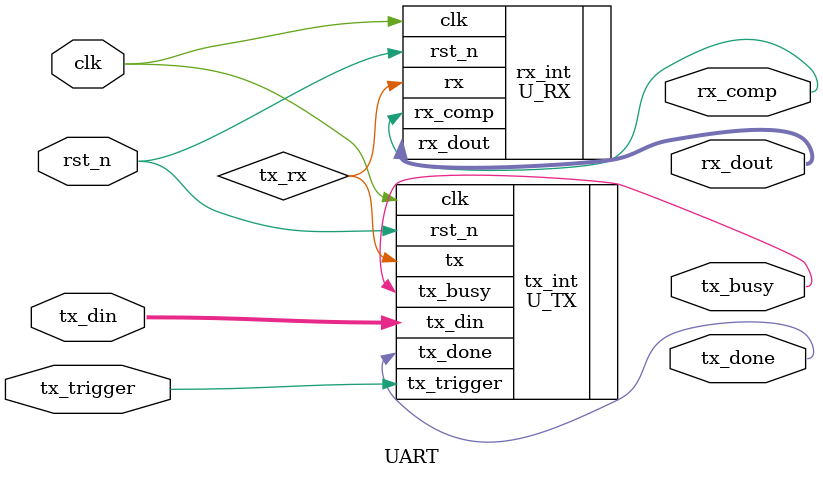
<source format=sv>
`include "U_TX.sv"
`include "U_RX.sv"

module UART (clk, rst_n, tx_trigger, tx_din, tx_busy, tx_done, rx_dout, rx_comp);
  input clk;
  input rst_n;
  input tx_trigger;
  input [7:0] tx_din;
  output reg tx_busy;
  output reg tx_done;
  output reg [7:0] rx_dout;
  output reg rx_comp;
  
  wire tx_rx;

  U_TX tx_int(
    .clk(clk),
    .rst_n(rst_n),
    .tx_trigger(tx_trigger),
    .tx_din(tx_din),
    .tx(tx_rx),
    .tx_busy(tx_busy),
    .tx_done(tx_done)
  );

  U_RX rx_int(
    .clk(clk),
    .rst_n(rst_n),
    .rx(tx_rx),
    .rx_dout(rx_dout),
    .rx_comp(rx_comp)
  );
  
endmodule
</source>
